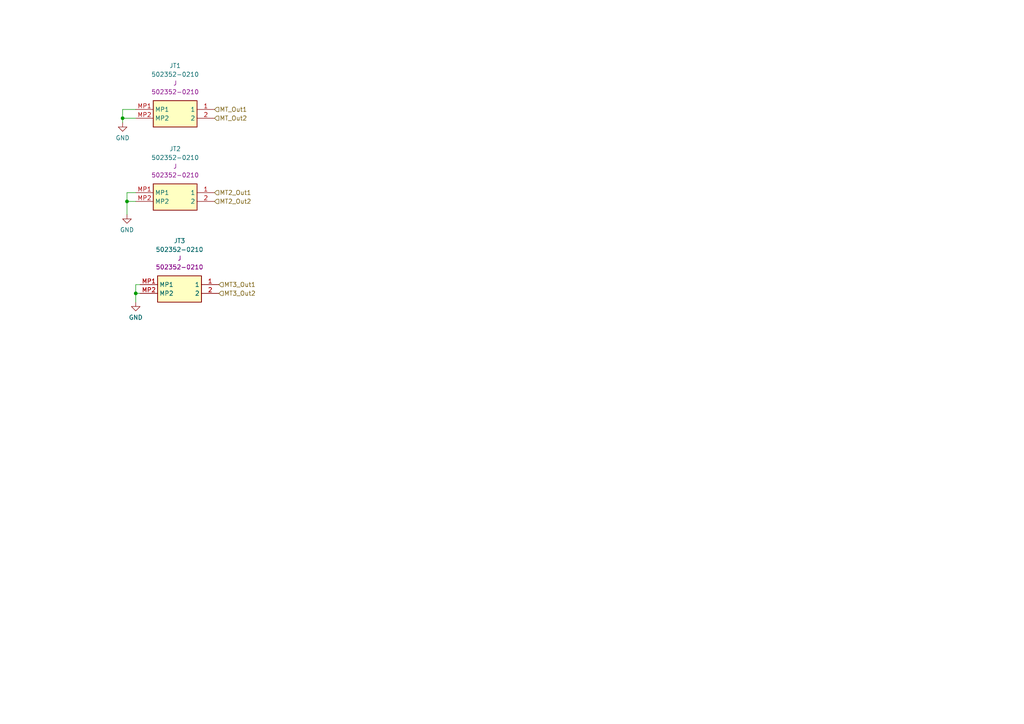
<source format=kicad_sch>
(kicad_sch (version 20211123) (generator eeschema)
  (paper "A4")
  (title_block (title "AOCS BOARD") (company "Parikshit Student Satellite Team"))
  (lib_symbols
    (symbol "502352-0210:502352-0210"
      (property "Value" "502352-0210" (at 0 0 0))
      (property "Reference_1" "J" (at 19.05 7.62 0))
      (property "Value_1" "502352-0210" (at 19.05 5.08 0))
      (symbol "502352-0210_1_1"
        (rectangle (start 5.08 2.54) (end 17.78 -5.08) (stroke (width 0.254)) (fill (type background)))
        (pin passive line (at 22.86 0 180) (length 5.08) (name "1") (number "1"))
        (pin passive line (at 22.86 -2.54 180) (length 5.08) (name "2") (number "2"))
        (pin passive line (at 0 0 0) (length 5.08) (name "MP1") (number "MP1"))
        (pin passive line (at 0 -2.54 0) (length 5.08) (name "MP2") (number "MP2"))
      )
    )
    (symbol "upsat-comms-hardware:GND" (power) (pin_names (offset 0))
      (property "Value" "GND" (at 0 -3.81 0))
      (symbol "GND_0_1"
        (polyline (pts (xy 0 0) (xy 0 -1.27) (xy 1.27 -1.27) (xy 0 -2.54) (xy -1.27 -1.27) (xy 0 -1.27)))
      )
      (symbol "GND_1_1"
        (pin power_in line (at 0 0 270) (length 0) hide (name "GND") (number "1"))
      )
    )
  )
  (junction (at 36.83 58.42))
  (junction (at 35.56 34.29))
  (junction (at 39.37 85.09))
  (wire (pts (xy 39.37 85.09) (xy 39.37 87.63)))
  (wire (pts (xy 36.83 58.42) (xy 39.37 58.42)))
  (wire (pts (xy 35.56 34.29) (xy 39.37 34.29)))
  (wire (pts (xy 39.37 31.75) (xy 35.56 31.75)))
  (wire (pts (xy 36.83 58.42) (xy 36.83 62.23)))
  (wire (pts (xy 39.37 85.09) (xy 40.64 85.09)))
  (wire (pts (xy 35.56 31.75) (xy 35.56 34.29)))
  (wire (pts (xy 40.64 82.55) (xy 39.37 82.55)))
  (wire (pts (xy 36.83 55.88) (xy 36.83 58.42)))
  (wire (pts (xy 39.37 82.55) (xy 39.37 85.09)))
  (wire (pts (xy 39.37 55.88) (xy 36.83 55.88)))
  (wire (pts (xy 35.56 34.29) (xy 35.56 35.56)))
  (hierarchical_label "MT_Out1" (shape input) (at 62.23 31.75 0))
  (hierarchical_label "MT3_Out1" (shape input) (at 63.5 82.55 0))
  (hierarchical_label "MT2_Out1" (shape input) (at 62.23 55.88 0))
  (hierarchical_label "MT_Out2" (shape input) (at 62.23 34.29 0))
  (hierarchical_label "MT3_Out2" (shape input) (at 63.5 85.09 0))
  (hierarchical_label "MT2_Out2" (shape input) (at 62.23 58.42 0))
  (symbol (lib_id "502352-0210:502352-0210") (at 39.37 55.88 0) (unit 1)
    (property "Reference" "JT2" (at 50.8 43.18 0))
    (property "Value" "502352-0210" (at 50.8 45.72 0))
    (property "Reference_1" "J" (at 50.8 48.26 0))
    (property "Value_1" "502352-0210" (at 50.8 50.8 0))
    (property "Footprint_1" "5023520210" (effects hide))
    (property "Datasheet_1" "https://componentsearchengine.com/Datasheets/1/502352-0210.pdf" (effects hide))
    (property "Height" "6.4" (effects hide))
    (property "Mouser Part Number" "538-502352-0210" (effects hide))
    (property "Mouser Price/Stock" "https://www.mouser.co.uk/ProductDetail/Molex/502352-0210?qs=yd8XiKYcH9lys38VlWdUCA%3D%3D" (effects hide))
    (property "Manufacturer_Name" "Molex" (effects hide))
    (property "Manufacturer_Part_Number" "502352-0210" (effects hide))
  )
  (symbol (lib_id "502352-0210:502352-0210") (at 39.37 31.75 0) (unit 1)
    (property "Reference" "JT1" (at 50.8 19.05 0))
    (property "Value" "502352-0210" (at 50.8 21.59 0))
    (property "Reference_1" "J" (at 50.8 24.13 0))
    (property "Value_1" "502352-0210" (at 50.8 26.67 0))
    (property "Footprint_1" "5023520210" (effects hide))
    (property "Datasheet_1" "https://componentsearchengine.com/Datasheets/1/502352-0210.pdf" (effects hide))
    (property "Height" "6.4" (effects hide))
    (property "Mouser Part Number" "538-502352-0210" (effects hide))
    (property "Mouser Price/Stock" "https://www.mouser.co.uk/ProductDetail/Molex/502352-0210?qs=yd8XiKYcH9lys38VlWdUCA%3D%3D" (effects hide))
    (property "Manufacturer_Name" "Molex" (effects hide))
    (property "Manufacturer_Part_Number" "502352-0210" (effects hide))
  )
  (symbol (lib_id "upsat-comms-hardware:GND") (at 36.83 62.23 0) (unit 1)
    (property "Reference" "#PWR0159" (effects hide))
    (property "Value" "GND" (at 36.83 66.675 0))
  )
  (symbol (lib_id "502352-0210:502352-0210") (at 40.64 82.55 0) (unit 1)
    (property "Reference" "JT3" (at 52.07 69.85 0))
    (property "Value" "502352-0210" (at 52.07 72.39 0))
    (property "Reference_1" "J" (at 52.07 74.93 0))
    (property "Value_1" "502352-0210" (at 52.07 77.47 0))
    (property "Footprint_1" "5023520210" (effects hide))
    (property "Datasheet_1" "https://componentsearchengine.com/Datasheets/1/502352-0210.pdf" (effects hide))
    (property "Height" "6.4" (effects hide))
    (property "Mouser Part Number" "538-502352-0210" (effects hide))
    (property "Mouser Price/Stock" "https://www.mouser.co.uk/ProductDetail/Molex/502352-0210?qs=yd8XiKYcH9lys38VlWdUCA%3D%3D" (effects hide))
    (property "Manufacturer_Name" "Molex" (effects hide))
    (property "Manufacturer_Part_Number" "502352-0210" (effects hide))
  )
  (symbol (lib_id "upsat-comms-hardware:GND") (at 35.56 35.56 0) (unit 1)
    (property "Reference" "#PWR0158" (effects hide))
    (property "Value" "GND" (at 35.56 40.005 0))
  )
  (symbol (lib_id "upsat-comms-hardware:GND") (at 39.37 87.63 0) (unit 1)
    (property "Reference" "#PWR0160" (effects hide))
    (property "Value" "GND" (at 39.37 92.075 0))
  )
)
</source>
